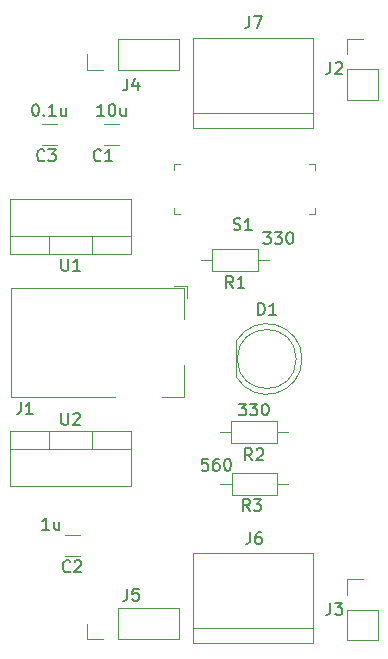
<source format=gto>
%TF.GenerationSoftware,KiCad,Pcbnew,8.0.3*%
%TF.CreationDate,2024-07-22T06:59:44+03:00*%
%TF.ProjectId,Project 2 - Breadboard Power Supply,50726f6a-6563-4742-9032-202d20427265,rev?*%
%TF.SameCoordinates,Original*%
%TF.FileFunction,Legend,Top*%
%TF.FilePolarity,Positive*%
%FSLAX46Y46*%
G04 Gerber Fmt 4.6, Leading zero omitted, Abs format (unit mm)*
G04 Created by KiCad (PCBNEW 8.0.3) date 2024-07-22 06:59:44*
%MOMM*%
%LPD*%
G01*
G04 APERTURE LIST*
%ADD10C,0.150000*%
%ADD11C,0.120000*%
%ADD12C,0.100000*%
G04 APERTURE END LIST*
D10*
X158066666Y-110454819D02*
X158066666Y-111169104D01*
X158066666Y-111169104D02*
X158019047Y-111311961D01*
X158019047Y-111311961D02*
X157923809Y-111407200D01*
X157923809Y-111407200D02*
X157780952Y-111454819D01*
X157780952Y-111454819D02*
X157685714Y-111454819D01*
X158971428Y-110454819D02*
X158780952Y-110454819D01*
X158780952Y-110454819D02*
X158685714Y-110502438D01*
X158685714Y-110502438D02*
X158638095Y-110550057D01*
X158638095Y-110550057D02*
X158542857Y-110692914D01*
X158542857Y-110692914D02*
X158495238Y-110883390D01*
X158495238Y-110883390D02*
X158495238Y-111264342D01*
X158495238Y-111264342D02*
X158542857Y-111359580D01*
X158542857Y-111359580D02*
X158590476Y-111407200D01*
X158590476Y-111407200D02*
X158685714Y-111454819D01*
X158685714Y-111454819D02*
X158876190Y-111454819D01*
X158876190Y-111454819D02*
X158971428Y-111407200D01*
X158971428Y-111407200D02*
X159019047Y-111359580D01*
X159019047Y-111359580D02*
X159066666Y-111264342D01*
X159066666Y-111264342D02*
X159066666Y-111026247D01*
X159066666Y-111026247D02*
X159019047Y-110931009D01*
X159019047Y-110931009D02*
X158971428Y-110883390D01*
X158971428Y-110883390D02*
X158876190Y-110835771D01*
X158876190Y-110835771D02*
X158685714Y-110835771D01*
X158685714Y-110835771D02*
X158590476Y-110883390D01*
X158590476Y-110883390D02*
X158542857Y-110931009D01*
X158542857Y-110931009D02*
X158495238Y-111026247D01*
X164866666Y-70654819D02*
X164866666Y-71369104D01*
X164866666Y-71369104D02*
X164819047Y-71511961D01*
X164819047Y-71511961D02*
X164723809Y-71607200D01*
X164723809Y-71607200D02*
X164580952Y-71654819D01*
X164580952Y-71654819D02*
X164485714Y-71654819D01*
X165295238Y-70750057D02*
X165342857Y-70702438D01*
X165342857Y-70702438D02*
X165438095Y-70654819D01*
X165438095Y-70654819D02*
X165676190Y-70654819D01*
X165676190Y-70654819D02*
X165771428Y-70702438D01*
X165771428Y-70702438D02*
X165819047Y-70750057D01*
X165819047Y-70750057D02*
X165866666Y-70845295D01*
X165866666Y-70845295D02*
X165866666Y-70940533D01*
X165866666Y-70940533D02*
X165819047Y-71083390D01*
X165819047Y-71083390D02*
X165247619Y-71654819D01*
X165247619Y-71654819D02*
X165866666Y-71654819D01*
X156668095Y-84827200D02*
X156810952Y-84874819D01*
X156810952Y-84874819D02*
X157049047Y-84874819D01*
X157049047Y-84874819D02*
X157144285Y-84827200D01*
X157144285Y-84827200D02*
X157191904Y-84779580D01*
X157191904Y-84779580D02*
X157239523Y-84684342D01*
X157239523Y-84684342D02*
X157239523Y-84589104D01*
X157239523Y-84589104D02*
X157191904Y-84493866D01*
X157191904Y-84493866D02*
X157144285Y-84446247D01*
X157144285Y-84446247D02*
X157049047Y-84398628D01*
X157049047Y-84398628D02*
X156858571Y-84351009D01*
X156858571Y-84351009D02*
X156763333Y-84303390D01*
X156763333Y-84303390D02*
X156715714Y-84255771D01*
X156715714Y-84255771D02*
X156668095Y-84160533D01*
X156668095Y-84160533D02*
X156668095Y-84065295D01*
X156668095Y-84065295D02*
X156715714Y-83970057D01*
X156715714Y-83970057D02*
X156763333Y-83922438D01*
X156763333Y-83922438D02*
X156858571Y-83874819D01*
X156858571Y-83874819D02*
X157096666Y-83874819D01*
X157096666Y-83874819D02*
X157239523Y-83922438D01*
X158191904Y-84874819D02*
X157620476Y-84874819D01*
X157906190Y-84874819D02*
X157906190Y-83874819D01*
X157906190Y-83874819D02*
X157810952Y-84017676D01*
X157810952Y-84017676D02*
X157715714Y-84112914D01*
X157715714Y-84112914D02*
X157620476Y-84160533D01*
X140633333Y-78959580D02*
X140585714Y-79007200D01*
X140585714Y-79007200D02*
X140442857Y-79054819D01*
X140442857Y-79054819D02*
X140347619Y-79054819D01*
X140347619Y-79054819D02*
X140204762Y-79007200D01*
X140204762Y-79007200D02*
X140109524Y-78911961D01*
X140109524Y-78911961D02*
X140061905Y-78816723D01*
X140061905Y-78816723D02*
X140014286Y-78626247D01*
X140014286Y-78626247D02*
X140014286Y-78483390D01*
X140014286Y-78483390D02*
X140061905Y-78292914D01*
X140061905Y-78292914D02*
X140109524Y-78197676D01*
X140109524Y-78197676D02*
X140204762Y-78102438D01*
X140204762Y-78102438D02*
X140347619Y-78054819D01*
X140347619Y-78054819D02*
X140442857Y-78054819D01*
X140442857Y-78054819D02*
X140585714Y-78102438D01*
X140585714Y-78102438D02*
X140633333Y-78150057D01*
X140966667Y-78054819D02*
X141585714Y-78054819D01*
X141585714Y-78054819D02*
X141252381Y-78435771D01*
X141252381Y-78435771D02*
X141395238Y-78435771D01*
X141395238Y-78435771D02*
X141490476Y-78483390D01*
X141490476Y-78483390D02*
X141538095Y-78531009D01*
X141538095Y-78531009D02*
X141585714Y-78626247D01*
X141585714Y-78626247D02*
X141585714Y-78864342D01*
X141585714Y-78864342D02*
X141538095Y-78959580D01*
X141538095Y-78959580D02*
X141490476Y-79007200D01*
X141490476Y-79007200D02*
X141395238Y-79054819D01*
X141395238Y-79054819D02*
X141109524Y-79054819D01*
X141109524Y-79054819D02*
X141014286Y-79007200D01*
X141014286Y-79007200D02*
X140966667Y-78959580D01*
X139835714Y-74204819D02*
X139930952Y-74204819D01*
X139930952Y-74204819D02*
X140026190Y-74252438D01*
X140026190Y-74252438D02*
X140073809Y-74300057D01*
X140073809Y-74300057D02*
X140121428Y-74395295D01*
X140121428Y-74395295D02*
X140169047Y-74585771D01*
X140169047Y-74585771D02*
X140169047Y-74823866D01*
X140169047Y-74823866D02*
X140121428Y-75014342D01*
X140121428Y-75014342D02*
X140073809Y-75109580D01*
X140073809Y-75109580D02*
X140026190Y-75157200D01*
X140026190Y-75157200D02*
X139930952Y-75204819D01*
X139930952Y-75204819D02*
X139835714Y-75204819D01*
X139835714Y-75204819D02*
X139740476Y-75157200D01*
X139740476Y-75157200D02*
X139692857Y-75109580D01*
X139692857Y-75109580D02*
X139645238Y-75014342D01*
X139645238Y-75014342D02*
X139597619Y-74823866D01*
X139597619Y-74823866D02*
X139597619Y-74585771D01*
X139597619Y-74585771D02*
X139645238Y-74395295D01*
X139645238Y-74395295D02*
X139692857Y-74300057D01*
X139692857Y-74300057D02*
X139740476Y-74252438D01*
X139740476Y-74252438D02*
X139835714Y-74204819D01*
X140597619Y-75109580D02*
X140645238Y-75157200D01*
X140645238Y-75157200D02*
X140597619Y-75204819D01*
X140597619Y-75204819D02*
X140550000Y-75157200D01*
X140550000Y-75157200D02*
X140597619Y-75109580D01*
X140597619Y-75109580D02*
X140597619Y-75204819D01*
X141597618Y-75204819D02*
X141026190Y-75204819D01*
X141311904Y-75204819D02*
X141311904Y-74204819D01*
X141311904Y-74204819D02*
X141216666Y-74347676D01*
X141216666Y-74347676D02*
X141121428Y-74442914D01*
X141121428Y-74442914D02*
X141026190Y-74490533D01*
X142454761Y-74538152D02*
X142454761Y-75204819D01*
X142026190Y-74538152D02*
X142026190Y-75061961D01*
X142026190Y-75061961D02*
X142073809Y-75157200D01*
X142073809Y-75157200D02*
X142169047Y-75204819D01*
X142169047Y-75204819D02*
X142311904Y-75204819D01*
X142311904Y-75204819D02*
X142407142Y-75157200D01*
X142407142Y-75157200D02*
X142454761Y-75109580D01*
X142088095Y-87324819D02*
X142088095Y-88134342D01*
X142088095Y-88134342D02*
X142135714Y-88229580D01*
X142135714Y-88229580D02*
X142183333Y-88277200D01*
X142183333Y-88277200D02*
X142278571Y-88324819D01*
X142278571Y-88324819D02*
X142469047Y-88324819D01*
X142469047Y-88324819D02*
X142564285Y-88277200D01*
X142564285Y-88277200D02*
X142611904Y-88229580D01*
X142611904Y-88229580D02*
X142659523Y-88134342D01*
X142659523Y-88134342D02*
X142659523Y-87324819D01*
X143659523Y-88324819D02*
X143088095Y-88324819D01*
X143373809Y-88324819D02*
X143373809Y-87324819D01*
X143373809Y-87324819D02*
X143278571Y-87467676D01*
X143278571Y-87467676D02*
X143183333Y-87562914D01*
X143183333Y-87562914D02*
X143088095Y-87610533D01*
X147666666Y-115254819D02*
X147666666Y-115969104D01*
X147666666Y-115969104D02*
X147619047Y-116111961D01*
X147619047Y-116111961D02*
X147523809Y-116207200D01*
X147523809Y-116207200D02*
X147380952Y-116254819D01*
X147380952Y-116254819D02*
X147285714Y-116254819D01*
X148619047Y-115254819D02*
X148142857Y-115254819D01*
X148142857Y-115254819D02*
X148095238Y-115731009D01*
X148095238Y-115731009D02*
X148142857Y-115683390D01*
X148142857Y-115683390D02*
X148238095Y-115635771D01*
X148238095Y-115635771D02*
X148476190Y-115635771D01*
X148476190Y-115635771D02*
X148571428Y-115683390D01*
X148571428Y-115683390D02*
X148619047Y-115731009D01*
X148619047Y-115731009D02*
X148666666Y-115826247D01*
X148666666Y-115826247D02*
X148666666Y-116064342D01*
X148666666Y-116064342D02*
X148619047Y-116159580D01*
X148619047Y-116159580D02*
X148571428Y-116207200D01*
X148571428Y-116207200D02*
X148476190Y-116254819D01*
X148476190Y-116254819D02*
X148238095Y-116254819D01*
X148238095Y-116254819D02*
X148142857Y-116207200D01*
X148142857Y-116207200D02*
X148095238Y-116159580D01*
X142088095Y-100384819D02*
X142088095Y-101194342D01*
X142088095Y-101194342D02*
X142135714Y-101289580D01*
X142135714Y-101289580D02*
X142183333Y-101337200D01*
X142183333Y-101337200D02*
X142278571Y-101384819D01*
X142278571Y-101384819D02*
X142469047Y-101384819D01*
X142469047Y-101384819D02*
X142564285Y-101337200D01*
X142564285Y-101337200D02*
X142611904Y-101289580D01*
X142611904Y-101289580D02*
X142659523Y-101194342D01*
X142659523Y-101194342D02*
X142659523Y-100384819D01*
X143088095Y-100480057D02*
X143135714Y-100432438D01*
X143135714Y-100432438D02*
X143230952Y-100384819D01*
X143230952Y-100384819D02*
X143469047Y-100384819D01*
X143469047Y-100384819D02*
X143564285Y-100432438D01*
X143564285Y-100432438D02*
X143611904Y-100480057D01*
X143611904Y-100480057D02*
X143659523Y-100575295D01*
X143659523Y-100575295D02*
X143659523Y-100670533D01*
X143659523Y-100670533D02*
X143611904Y-100813390D01*
X143611904Y-100813390D02*
X143040476Y-101384819D01*
X143040476Y-101384819D02*
X143659523Y-101384819D01*
X142833333Y-113759580D02*
X142785714Y-113807200D01*
X142785714Y-113807200D02*
X142642857Y-113854819D01*
X142642857Y-113854819D02*
X142547619Y-113854819D01*
X142547619Y-113854819D02*
X142404762Y-113807200D01*
X142404762Y-113807200D02*
X142309524Y-113711961D01*
X142309524Y-113711961D02*
X142261905Y-113616723D01*
X142261905Y-113616723D02*
X142214286Y-113426247D01*
X142214286Y-113426247D02*
X142214286Y-113283390D01*
X142214286Y-113283390D02*
X142261905Y-113092914D01*
X142261905Y-113092914D02*
X142309524Y-112997676D01*
X142309524Y-112997676D02*
X142404762Y-112902438D01*
X142404762Y-112902438D02*
X142547619Y-112854819D01*
X142547619Y-112854819D02*
X142642857Y-112854819D01*
X142642857Y-112854819D02*
X142785714Y-112902438D01*
X142785714Y-112902438D02*
X142833333Y-112950057D01*
X143214286Y-112950057D02*
X143261905Y-112902438D01*
X143261905Y-112902438D02*
X143357143Y-112854819D01*
X143357143Y-112854819D02*
X143595238Y-112854819D01*
X143595238Y-112854819D02*
X143690476Y-112902438D01*
X143690476Y-112902438D02*
X143738095Y-112950057D01*
X143738095Y-112950057D02*
X143785714Y-113045295D01*
X143785714Y-113045295D02*
X143785714Y-113140533D01*
X143785714Y-113140533D02*
X143738095Y-113283390D01*
X143738095Y-113283390D02*
X143166667Y-113854819D01*
X143166667Y-113854819D02*
X143785714Y-113854819D01*
X141033333Y-110254819D02*
X140461905Y-110254819D01*
X140747619Y-110254819D02*
X140747619Y-109254819D01*
X140747619Y-109254819D02*
X140652381Y-109397676D01*
X140652381Y-109397676D02*
X140557143Y-109492914D01*
X140557143Y-109492914D02*
X140461905Y-109540533D01*
X141890476Y-109588152D02*
X141890476Y-110254819D01*
X141461905Y-109588152D02*
X141461905Y-110111961D01*
X141461905Y-110111961D02*
X141509524Y-110207200D01*
X141509524Y-110207200D02*
X141604762Y-110254819D01*
X141604762Y-110254819D02*
X141747619Y-110254819D01*
X141747619Y-110254819D02*
X141842857Y-110207200D01*
X141842857Y-110207200D02*
X141890476Y-110159580D01*
X156623333Y-89774819D02*
X156290000Y-89298628D01*
X156051905Y-89774819D02*
X156051905Y-88774819D01*
X156051905Y-88774819D02*
X156432857Y-88774819D01*
X156432857Y-88774819D02*
X156528095Y-88822438D01*
X156528095Y-88822438D02*
X156575714Y-88870057D01*
X156575714Y-88870057D02*
X156623333Y-88965295D01*
X156623333Y-88965295D02*
X156623333Y-89108152D01*
X156623333Y-89108152D02*
X156575714Y-89203390D01*
X156575714Y-89203390D02*
X156528095Y-89251009D01*
X156528095Y-89251009D02*
X156432857Y-89298628D01*
X156432857Y-89298628D02*
X156051905Y-89298628D01*
X157575714Y-89774819D02*
X157004286Y-89774819D01*
X157290000Y-89774819D02*
X157290000Y-88774819D01*
X157290000Y-88774819D02*
X157194762Y-88917676D01*
X157194762Y-88917676D02*
X157099524Y-89012914D01*
X157099524Y-89012914D02*
X157004286Y-89060533D01*
X159187030Y-85054819D02*
X159806077Y-85054819D01*
X159806077Y-85054819D02*
X159472744Y-85435771D01*
X159472744Y-85435771D02*
X159615601Y-85435771D01*
X159615601Y-85435771D02*
X159710839Y-85483390D01*
X159710839Y-85483390D02*
X159758458Y-85531009D01*
X159758458Y-85531009D02*
X159806077Y-85626247D01*
X159806077Y-85626247D02*
X159806077Y-85864342D01*
X159806077Y-85864342D02*
X159758458Y-85959580D01*
X159758458Y-85959580D02*
X159710839Y-86007200D01*
X159710839Y-86007200D02*
X159615601Y-86054819D01*
X159615601Y-86054819D02*
X159329887Y-86054819D01*
X159329887Y-86054819D02*
X159234649Y-86007200D01*
X159234649Y-86007200D02*
X159187030Y-85959580D01*
X160139411Y-85054819D02*
X160758458Y-85054819D01*
X160758458Y-85054819D02*
X160425125Y-85435771D01*
X160425125Y-85435771D02*
X160567982Y-85435771D01*
X160567982Y-85435771D02*
X160663220Y-85483390D01*
X160663220Y-85483390D02*
X160710839Y-85531009D01*
X160710839Y-85531009D02*
X160758458Y-85626247D01*
X160758458Y-85626247D02*
X160758458Y-85864342D01*
X160758458Y-85864342D02*
X160710839Y-85959580D01*
X160710839Y-85959580D02*
X160663220Y-86007200D01*
X160663220Y-86007200D02*
X160567982Y-86054819D01*
X160567982Y-86054819D02*
X160282268Y-86054819D01*
X160282268Y-86054819D02*
X160187030Y-86007200D01*
X160187030Y-86007200D02*
X160139411Y-85959580D01*
X161377506Y-85054819D02*
X161472744Y-85054819D01*
X161472744Y-85054819D02*
X161567982Y-85102438D01*
X161567982Y-85102438D02*
X161615601Y-85150057D01*
X161615601Y-85150057D02*
X161663220Y-85245295D01*
X161663220Y-85245295D02*
X161710839Y-85435771D01*
X161710839Y-85435771D02*
X161710839Y-85673866D01*
X161710839Y-85673866D02*
X161663220Y-85864342D01*
X161663220Y-85864342D02*
X161615601Y-85959580D01*
X161615601Y-85959580D02*
X161567982Y-86007200D01*
X161567982Y-86007200D02*
X161472744Y-86054819D01*
X161472744Y-86054819D02*
X161377506Y-86054819D01*
X161377506Y-86054819D02*
X161282268Y-86007200D01*
X161282268Y-86007200D02*
X161234649Y-85959580D01*
X161234649Y-85959580D02*
X161187030Y-85864342D01*
X161187030Y-85864342D02*
X161139411Y-85673866D01*
X161139411Y-85673866D02*
X161139411Y-85435771D01*
X161139411Y-85435771D02*
X161187030Y-85245295D01*
X161187030Y-85245295D02*
X161234649Y-85150057D01*
X161234649Y-85150057D02*
X161282268Y-85102438D01*
X161282268Y-85102438D02*
X161377506Y-85054819D01*
X158033333Y-108654819D02*
X157700000Y-108178628D01*
X157461905Y-108654819D02*
X157461905Y-107654819D01*
X157461905Y-107654819D02*
X157842857Y-107654819D01*
X157842857Y-107654819D02*
X157938095Y-107702438D01*
X157938095Y-107702438D02*
X157985714Y-107750057D01*
X157985714Y-107750057D02*
X158033333Y-107845295D01*
X158033333Y-107845295D02*
X158033333Y-107988152D01*
X158033333Y-107988152D02*
X157985714Y-108083390D01*
X157985714Y-108083390D02*
X157938095Y-108131009D01*
X157938095Y-108131009D02*
X157842857Y-108178628D01*
X157842857Y-108178628D02*
X157461905Y-108178628D01*
X158366667Y-107654819D02*
X158985714Y-107654819D01*
X158985714Y-107654819D02*
X158652381Y-108035771D01*
X158652381Y-108035771D02*
X158795238Y-108035771D01*
X158795238Y-108035771D02*
X158890476Y-108083390D01*
X158890476Y-108083390D02*
X158938095Y-108131009D01*
X158938095Y-108131009D02*
X158985714Y-108226247D01*
X158985714Y-108226247D02*
X158985714Y-108464342D01*
X158985714Y-108464342D02*
X158938095Y-108559580D01*
X158938095Y-108559580D02*
X158890476Y-108607200D01*
X158890476Y-108607200D02*
X158795238Y-108654819D01*
X158795238Y-108654819D02*
X158509524Y-108654819D01*
X158509524Y-108654819D02*
X158414286Y-108607200D01*
X158414286Y-108607200D02*
X158366667Y-108559580D01*
X154485714Y-104254819D02*
X154009524Y-104254819D01*
X154009524Y-104254819D02*
X153961905Y-104731009D01*
X153961905Y-104731009D02*
X154009524Y-104683390D01*
X154009524Y-104683390D02*
X154104762Y-104635771D01*
X154104762Y-104635771D02*
X154342857Y-104635771D01*
X154342857Y-104635771D02*
X154438095Y-104683390D01*
X154438095Y-104683390D02*
X154485714Y-104731009D01*
X154485714Y-104731009D02*
X154533333Y-104826247D01*
X154533333Y-104826247D02*
X154533333Y-105064342D01*
X154533333Y-105064342D02*
X154485714Y-105159580D01*
X154485714Y-105159580D02*
X154438095Y-105207200D01*
X154438095Y-105207200D02*
X154342857Y-105254819D01*
X154342857Y-105254819D02*
X154104762Y-105254819D01*
X154104762Y-105254819D02*
X154009524Y-105207200D01*
X154009524Y-105207200D02*
X153961905Y-105159580D01*
X155390476Y-104254819D02*
X155200000Y-104254819D01*
X155200000Y-104254819D02*
X155104762Y-104302438D01*
X155104762Y-104302438D02*
X155057143Y-104350057D01*
X155057143Y-104350057D02*
X154961905Y-104492914D01*
X154961905Y-104492914D02*
X154914286Y-104683390D01*
X154914286Y-104683390D02*
X154914286Y-105064342D01*
X154914286Y-105064342D02*
X154961905Y-105159580D01*
X154961905Y-105159580D02*
X155009524Y-105207200D01*
X155009524Y-105207200D02*
X155104762Y-105254819D01*
X155104762Y-105254819D02*
X155295238Y-105254819D01*
X155295238Y-105254819D02*
X155390476Y-105207200D01*
X155390476Y-105207200D02*
X155438095Y-105159580D01*
X155438095Y-105159580D02*
X155485714Y-105064342D01*
X155485714Y-105064342D02*
X155485714Y-104826247D01*
X155485714Y-104826247D02*
X155438095Y-104731009D01*
X155438095Y-104731009D02*
X155390476Y-104683390D01*
X155390476Y-104683390D02*
X155295238Y-104635771D01*
X155295238Y-104635771D02*
X155104762Y-104635771D01*
X155104762Y-104635771D02*
X155009524Y-104683390D01*
X155009524Y-104683390D02*
X154961905Y-104731009D01*
X154961905Y-104731009D02*
X154914286Y-104826247D01*
X156104762Y-104254819D02*
X156200000Y-104254819D01*
X156200000Y-104254819D02*
X156295238Y-104302438D01*
X156295238Y-104302438D02*
X156342857Y-104350057D01*
X156342857Y-104350057D02*
X156390476Y-104445295D01*
X156390476Y-104445295D02*
X156438095Y-104635771D01*
X156438095Y-104635771D02*
X156438095Y-104873866D01*
X156438095Y-104873866D02*
X156390476Y-105064342D01*
X156390476Y-105064342D02*
X156342857Y-105159580D01*
X156342857Y-105159580D02*
X156295238Y-105207200D01*
X156295238Y-105207200D02*
X156200000Y-105254819D01*
X156200000Y-105254819D02*
X156104762Y-105254819D01*
X156104762Y-105254819D02*
X156009524Y-105207200D01*
X156009524Y-105207200D02*
X155961905Y-105159580D01*
X155961905Y-105159580D02*
X155914286Y-105064342D01*
X155914286Y-105064342D02*
X155866667Y-104873866D01*
X155866667Y-104873866D02*
X155866667Y-104635771D01*
X155866667Y-104635771D02*
X155914286Y-104445295D01*
X155914286Y-104445295D02*
X155961905Y-104350057D01*
X155961905Y-104350057D02*
X156009524Y-104302438D01*
X156009524Y-104302438D02*
X156104762Y-104254819D01*
X138666666Y-99454819D02*
X138666666Y-100169104D01*
X138666666Y-100169104D02*
X138619047Y-100311961D01*
X138619047Y-100311961D02*
X138523809Y-100407200D01*
X138523809Y-100407200D02*
X138380952Y-100454819D01*
X138380952Y-100454819D02*
X138285714Y-100454819D01*
X139666666Y-100454819D02*
X139095238Y-100454819D01*
X139380952Y-100454819D02*
X139380952Y-99454819D01*
X139380952Y-99454819D02*
X139285714Y-99597676D01*
X139285714Y-99597676D02*
X139190476Y-99692914D01*
X139190476Y-99692914D02*
X139095238Y-99740533D01*
X145433333Y-78959580D02*
X145385714Y-79007200D01*
X145385714Y-79007200D02*
X145242857Y-79054819D01*
X145242857Y-79054819D02*
X145147619Y-79054819D01*
X145147619Y-79054819D02*
X145004762Y-79007200D01*
X145004762Y-79007200D02*
X144909524Y-78911961D01*
X144909524Y-78911961D02*
X144861905Y-78816723D01*
X144861905Y-78816723D02*
X144814286Y-78626247D01*
X144814286Y-78626247D02*
X144814286Y-78483390D01*
X144814286Y-78483390D02*
X144861905Y-78292914D01*
X144861905Y-78292914D02*
X144909524Y-78197676D01*
X144909524Y-78197676D02*
X145004762Y-78102438D01*
X145004762Y-78102438D02*
X145147619Y-78054819D01*
X145147619Y-78054819D02*
X145242857Y-78054819D01*
X145242857Y-78054819D02*
X145385714Y-78102438D01*
X145385714Y-78102438D02*
X145433333Y-78150057D01*
X146385714Y-79054819D02*
X145814286Y-79054819D01*
X146100000Y-79054819D02*
X146100000Y-78054819D01*
X146100000Y-78054819D02*
X146004762Y-78197676D01*
X146004762Y-78197676D02*
X145909524Y-78292914D01*
X145909524Y-78292914D02*
X145814286Y-78340533D01*
X145707142Y-75204819D02*
X145135714Y-75204819D01*
X145421428Y-75204819D02*
X145421428Y-74204819D01*
X145421428Y-74204819D02*
X145326190Y-74347676D01*
X145326190Y-74347676D02*
X145230952Y-74442914D01*
X145230952Y-74442914D02*
X145135714Y-74490533D01*
X146326190Y-74204819D02*
X146421428Y-74204819D01*
X146421428Y-74204819D02*
X146516666Y-74252438D01*
X146516666Y-74252438D02*
X146564285Y-74300057D01*
X146564285Y-74300057D02*
X146611904Y-74395295D01*
X146611904Y-74395295D02*
X146659523Y-74585771D01*
X146659523Y-74585771D02*
X146659523Y-74823866D01*
X146659523Y-74823866D02*
X146611904Y-75014342D01*
X146611904Y-75014342D02*
X146564285Y-75109580D01*
X146564285Y-75109580D02*
X146516666Y-75157200D01*
X146516666Y-75157200D02*
X146421428Y-75204819D01*
X146421428Y-75204819D02*
X146326190Y-75204819D01*
X146326190Y-75204819D02*
X146230952Y-75157200D01*
X146230952Y-75157200D02*
X146183333Y-75109580D01*
X146183333Y-75109580D02*
X146135714Y-75014342D01*
X146135714Y-75014342D02*
X146088095Y-74823866D01*
X146088095Y-74823866D02*
X146088095Y-74585771D01*
X146088095Y-74585771D02*
X146135714Y-74395295D01*
X146135714Y-74395295D02*
X146183333Y-74300057D01*
X146183333Y-74300057D02*
X146230952Y-74252438D01*
X146230952Y-74252438D02*
X146326190Y-74204819D01*
X147516666Y-74538152D02*
X147516666Y-75204819D01*
X147088095Y-74538152D02*
X147088095Y-75061961D01*
X147088095Y-75061961D02*
X147135714Y-75157200D01*
X147135714Y-75157200D02*
X147230952Y-75204819D01*
X147230952Y-75204819D02*
X147373809Y-75204819D01*
X147373809Y-75204819D02*
X147469047Y-75157200D01*
X147469047Y-75157200D02*
X147516666Y-75109580D01*
X158006666Y-66774819D02*
X158006666Y-67489104D01*
X158006666Y-67489104D02*
X157959047Y-67631961D01*
X157959047Y-67631961D02*
X157863809Y-67727200D01*
X157863809Y-67727200D02*
X157720952Y-67774819D01*
X157720952Y-67774819D02*
X157625714Y-67774819D01*
X158387619Y-66774819D02*
X159054285Y-66774819D01*
X159054285Y-66774819D02*
X158625714Y-67774819D01*
X158223333Y-104374819D02*
X157890000Y-103898628D01*
X157651905Y-104374819D02*
X157651905Y-103374819D01*
X157651905Y-103374819D02*
X158032857Y-103374819D01*
X158032857Y-103374819D02*
X158128095Y-103422438D01*
X158128095Y-103422438D02*
X158175714Y-103470057D01*
X158175714Y-103470057D02*
X158223333Y-103565295D01*
X158223333Y-103565295D02*
X158223333Y-103708152D01*
X158223333Y-103708152D02*
X158175714Y-103803390D01*
X158175714Y-103803390D02*
X158128095Y-103851009D01*
X158128095Y-103851009D02*
X158032857Y-103898628D01*
X158032857Y-103898628D02*
X157651905Y-103898628D01*
X158604286Y-103470057D02*
X158651905Y-103422438D01*
X158651905Y-103422438D02*
X158747143Y-103374819D01*
X158747143Y-103374819D02*
X158985238Y-103374819D01*
X158985238Y-103374819D02*
X159080476Y-103422438D01*
X159080476Y-103422438D02*
X159128095Y-103470057D01*
X159128095Y-103470057D02*
X159175714Y-103565295D01*
X159175714Y-103565295D02*
X159175714Y-103660533D01*
X159175714Y-103660533D02*
X159128095Y-103803390D01*
X159128095Y-103803390D02*
X158556667Y-104374819D01*
X158556667Y-104374819D02*
X159175714Y-104374819D01*
X157104286Y-99574819D02*
X157723333Y-99574819D01*
X157723333Y-99574819D02*
X157390000Y-99955771D01*
X157390000Y-99955771D02*
X157532857Y-99955771D01*
X157532857Y-99955771D02*
X157628095Y-100003390D01*
X157628095Y-100003390D02*
X157675714Y-100051009D01*
X157675714Y-100051009D02*
X157723333Y-100146247D01*
X157723333Y-100146247D02*
X157723333Y-100384342D01*
X157723333Y-100384342D02*
X157675714Y-100479580D01*
X157675714Y-100479580D02*
X157628095Y-100527200D01*
X157628095Y-100527200D02*
X157532857Y-100574819D01*
X157532857Y-100574819D02*
X157247143Y-100574819D01*
X157247143Y-100574819D02*
X157151905Y-100527200D01*
X157151905Y-100527200D02*
X157104286Y-100479580D01*
X158056667Y-99574819D02*
X158675714Y-99574819D01*
X158675714Y-99574819D02*
X158342381Y-99955771D01*
X158342381Y-99955771D02*
X158485238Y-99955771D01*
X158485238Y-99955771D02*
X158580476Y-100003390D01*
X158580476Y-100003390D02*
X158628095Y-100051009D01*
X158628095Y-100051009D02*
X158675714Y-100146247D01*
X158675714Y-100146247D02*
X158675714Y-100384342D01*
X158675714Y-100384342D02*
X158628095Y-100479580D01*
X158628095Y-100479580D02*
X158580476Y-100527200D01*
X158580476Y-100527200D02*
X158485238Y-100574819D01*
X158485238Y-100574819D02*
X158199524Y-100574819D01*
X158199524Y-100574819D02*
X158104286Y-100527200D01*
X158104286Y-100527200D02*
X158056667Y-100479580D01*
X159294762Y-99574819D02*
X159390000Y-99574819D01*
X159390000Y-99574819D02*
X159485238Y-99622438D01*
X159485238Y-99622438D02*
X159532857Y-99670057D01*
X159532857Y-99670057D02*
X159580476Y-99765295D01*
X159580476Y-99765295D02*
X159628095Y-99955771D01*
X159628095Y-99955771D02*
X159628095Y-100193866D01*
X159628095Y-100193866D02*
X159580476Y-100384342D01*
X159580476Y-100384342D02*
X159532857Y-100479580D01*
X159532857Y-100479580D02*
X159485238Y-100527200D01*
X159485238Y-100527200D02*
X159390000Y-100574819D01*
X159390000Y-100574819D02*
X159294762Y-100574819D01*
X159294762Y-100574819D02*
X159199524Y-100527200D01*
X159199524Y-100527200D02*
X159151905Y-100479580D01*
X159151905Y-100479580D02*
X159104286Y-100384342D01*
X159104286Y-100384342D02*
X159056667Y-100193866D01*
X159056667Y-100193866D02*
X159056667Y-99955771D01*
X159056667Y-99955771D02*
X159104286Y-99765295D01*
X159104286Y-99765295D02*
X159151905Y-99670057D01*
X159151905Y-99670057D02*
X159199524Y-99622438D01*
X159199524Y-99622438D02*
X159294762Y-99574819D01*
X158736905Y-92054819D02*
X158736905Y-91054819D01*
X158736905Y-91054819D02*
X158975000Y-91054819D01*
X158975000Y-91054819D02*
X159117857Y-91102438D01*
X159117857Y-91102438D02*
X159213095Y-91197676D01*
X159213095Y-91197676D02*
X159260714Y-91292914D01*
X159260714Y-91292914D02*
X159308333Y-91483390D01*
X159308333Y-91483390D02*
X159308333Y-91626247D01*
X159308333Y-91626247D02*
X159260714Y-91816723D01*
X159260714Y-91816723D02*
X159213095Y-91911961D01*
X159213095Y-91911961D02*
X159117857Y-92007200D01*
X159117857Y-92007200D02*
X158975000Y-92054819D01*
X158975000Y-92054819D02*
X158736905Y-92054819D01*
X160260714Y-92054819D02*
X159689286Y-92054819D01*
X159975000Y-92054819D02*
X159975000Y-91054819D01*
X159975000Y-91054819D02*
X159879762Y-91197676D01*
X159879762Y-91197676D02*
X159784524Y-91292914D01*
X159784524Y-91292914D02*
X159689286Y-91340533D01*
X147666666Y-72054819D02*
X147666666Y-72769104D01*
X147666666Y-72769104D02*
X147619047Y-72911961D01*
X147619047Y-72911961D02*
X147523809Y-73007200D01*
X147523809Y-73007200D02*
X147380952Y-73054819D01*
X147380952Y-73054819D02*
X147285714Y-73054819D01*
X148571428Y-72388152D02*
X148571428Y-73054819D01*
X148333333Y-72007200D02*
X148095238Y-72721485D01*
X148095238Y-72721485D02*
X148714285Y-72721485D01*
X164866666Y-116454819D02*
X164866666Y-117169104D01*
X164866666Y-117169104D02*
X164819047Y-117311961D01*
X164819047Y-117311961D02*
X164723809Y-117407200D01*
X164723809Y-117407200D02*
X164580952Y-117454819D01*
X164580952Y-117454819D02*
X164485714Y-117454819D01*
X165247619Y-116454819D02*
X165866666Y-116454819D01*
X165866666Y-116454819D02*
X165533333Y-116835771D01*
X165533333Y-116835771D02*
X165676190Y-116835771D01*
X165676190Y-116835771D02*
X165771428Y-116883390D01*
X165771428Y-116883390D02*
X165819047Y-116931009D01*
X165819047Y-116931009D02*
X165866666Y-117026247D01*
X165866666Y-117026247D02*
X165866666Y-117264342D01*
X165866666Y-117264342D02*
X165819047Y-117359580D01*
X165819047Y-117359580D02*
X165771428Y-117407200D01*
X165771428Y-117407200D02*
X165676190Y-117454819D01*
X165676190Y-117454819D02*
X165390476Y-117454819D01*
X165390476Y-117454819D02*
X165295238Y-117407200D01*
X165295238Y-117407200D02*
X165247619Y-117359580D01*
D11*
%TO.C,J6*%
X153260000Y-112190000D02*
X153260000Y-119810000D01*
X153260000Y-119810000D02*
X163420000Y-119810000D01*
X163420000Y-112190000D02*
X153260000Y-112190000D01*
X163420000Y-118540000D02*
X153260000Y-118540000D01*
X163420000Y-119810000D02*
X163420000Y-112190000D01*
%TO.C,J2*%
X166270000Y-68670000D02*
X167600000Y-68670000D01*
X166270000Y-70000000D02*
X166270000Y-68670000D01*
X166270000Y-71270000D02*
X166270000Y-73870000D01*
X166270000Y-71270000D02*
X168930000Y-71270000D01*
X166270000Y-73870000D02*
X168930000Y-73870000D01*
X168930000Y-71270000D02*
X168930000Y-73870000D01*
D12*
%TO.C,S1*%
X151620000Y-79300000D02*
X151620000Y-79800000D01*
X151620000Y-79300000D02*
X152120000Y-79300000D01*
X151620000Y-83500000D02*
X151620000Y-83000000D01*
X151620000Y-83500000D02*
X152120000Y-83500000D01*
X163520000Y-79300000D02*
X163020000Y-79300000D01*
X163520000Y-79300000D02*
X163520000Y-79800000D01*
X163520000Y-83500000D02*
X163020000Y-83500000D01*
X163520000Y-83500000D02*
X163520000Y-83000000D01*
D11*
%TO.C,C3*%
X141679000Y-75880000D02*
X140421000Y-75880000D01*
X141679000Y-77720000D02*
X140421000Y-77720000D01*
%TO.C,U1*%
X137730000Y-86870000D02*
X137730000Y-82229000D01*
X140999000Y-86870000D02*
X140999000Y-85360000D01*
X144700000Y-86870000D02*
X144700000Y-85360000D01*
X147970000Y-82229000D02*
X137730000Y-82229000D01*
X147970000Y-85360000D02*
X137730000Y-85360000D01*
X147970000Y-86870000D02*
X137730000Y-86870000D01*
X147970000Y-86870000D02*
X147970000Y-82229000D01*
%TO.C,J5*%
X144270000Y-119530000D02*
X144270000Y-118200000D01*
X145600000Y-119530000D02*
X144270000Y-119530000D01*
X146870000Y-116870000D02*
X152010000Y-116870000D01*
X146870000Y-119530000D02*
X146870000Y-116870000D01*
X146870000Y-119530000D02*
X152010000Y-119530000D01*
X152010000Y-119530000D02*
X152010000Y-116870000D01*
%TO.C,U2*%
X137730000Y-101930000D02*
X137730000Y-106571000D01*
X137730000Y-101930000D02*
X147970000Y-101930000D01*
X137730000Y-103440000D02*
X147970000Y-103440000D01*
X137730000Y-106571000D02*
X147970000Y-106571000D01*
X141000000Y-101930000D02*
X141000000Y-103440000D01*
X144701000Y-101930000D02*
X144701000Y-103440000D01*
X147970000Y-101930000D02*
X147970000Y-106571000D01*
%TO.C,C2*%
X142421000Y-110680000D02*
X143679000Y-110680000D01*
X142421000Y-112520000D02*
X143679000Y-112520000D01*
%TO.C,R1*%
X153920000Y-87400000D02*
X154870000Y-87400000D01*
X154870000Y-86480000D02*
X154870000Y-88320000D01*
X154870000Y-88320000D02*
X158710000Y-88320000D01*
X158710000Y-86480000D02*
X154870000Y-86480000D01*
X158710000Y-88320000D02*
X158710000Y-86480000D01*
X159660000Y-87400000D02*
X158710000Y-87400000D01*
%TO.C,R3*%
X155540000Y-106400000D02*
X156490000Y-106400000D01*
X156490000Y-105480000D02*
X156490000Y-107320000D01*
X156490000Y-107320000D02*
X160330000Y-107320000D01*
X160330000Y-105480000D02*
X156490000Y-105480000D01*
X160330000Y-107320000D02*
X160330000Y-105480000D01*
X161280000Y-106400000D02*
X160330000Y-106400000D01*
%TO.C,J1*%
X137800000Y-89800000D02*
X152500000Y-89800000D01*
X137800000Y-99000000D02*
X137800000Y-89800000D01*
X146600000Y-99000000D02*
X137800000Y-99000000D01*
X151650000Y-89600000D02*
X152700000Y-89600000D01*
X152500000Y-89800000D02*
X152500000Y-92400000D01*
X152500000Y-96300000D02*
X152500000Y-99000000D01*
X152500000Y-99000000D02*
X150600000Y-99000000D01*
X152700000Y-90650000D02*
X152700000Y-89600000D01*
%TO.C,C1*%
X146979000Y-75880000D02*
X145721000Y-75880000D01*
X146979000Y-77720000D02*
X145721000Y-77720000D01*
%TO.C,J7*%
X153260000Y-68590000D02*
X153260000Y-76210000D01*
X153260000Y-76210000D02*
X163420000Y-76210000D01*
X163420000Y-68590000D02*
X153260000Y-68590000D01*
X163420000Y-74940000D02*
X153260000Y-74940000D01*
X163420000Y-76210000D02*
X163420000Y-68590000D01*
%TO.C,R2*%
X155520000Y-102000000D02*
X156470000Y-102000000D01*
X156470000Y-101080000D02*
X156470000Y-102920000D01*
X156470000Y-102920000D02*
X160310000Y-102920000D01*
X160310000Y-101080000D02*
X156470000Y-101080000D01*
X160310000Y-102920000D02*
X160310000Y-101080000D01*
X161260000Y-102000000D02*
X160310000Y-102000000D01*
%TO.C,D1*%
X156910000Y-94255000D02*
X156910000Y-97345000D01*
X156910000Y-94255170D02*
G75*
G02*
X162460000Y-95800462I2560000J-1544830D01*
G01*
X162460000Y-95799538D02*
G75*
G02*
X156910000Y-97344830I-2990000J-462D01*
G01*
X161970000Y-95800000D02*
G75*
G02*
X156970000Y-95800000I-2500000J0D01*
G01*
X156970000Y-95800000D02*
G75*
G02*
X161970000Y-95800000I2500000J0D01*
G01*
%TO.C,J4*%
X144270000Y-71330000D02*
X144270000Y-70000000D01*
X145600000Y-71330000D02*
X144270000Y-71330000D01*
X146870000Y-68670000D02*
X152010000Y-68670000D01*
X146870000Y-71330000D02*
X146870000Y-68670000D01*
X146870000Y-71330000D02*
X152010000Y-71330000D01*
X152010000Y-71330000D02*
X152010000Y-68670000D01*
%TO.C,J3*%
X166270000Y-114410000D02*
X167600000Y-114410000D01*
X166270000Y-115740000D02*
X166270000Y-114410000D01*
X166270000Y-117010000D02*
X166270000Y-119610000D01*
X166270000Y-117010000D02*
X168930000Y-117010000D01*
X166270000Y-119610000D02*
X168930000Y-119610000D01*
X168930000Y-117010000D02*
X168930000Y-119610000D01*
%TD*%
M02*

</source>
